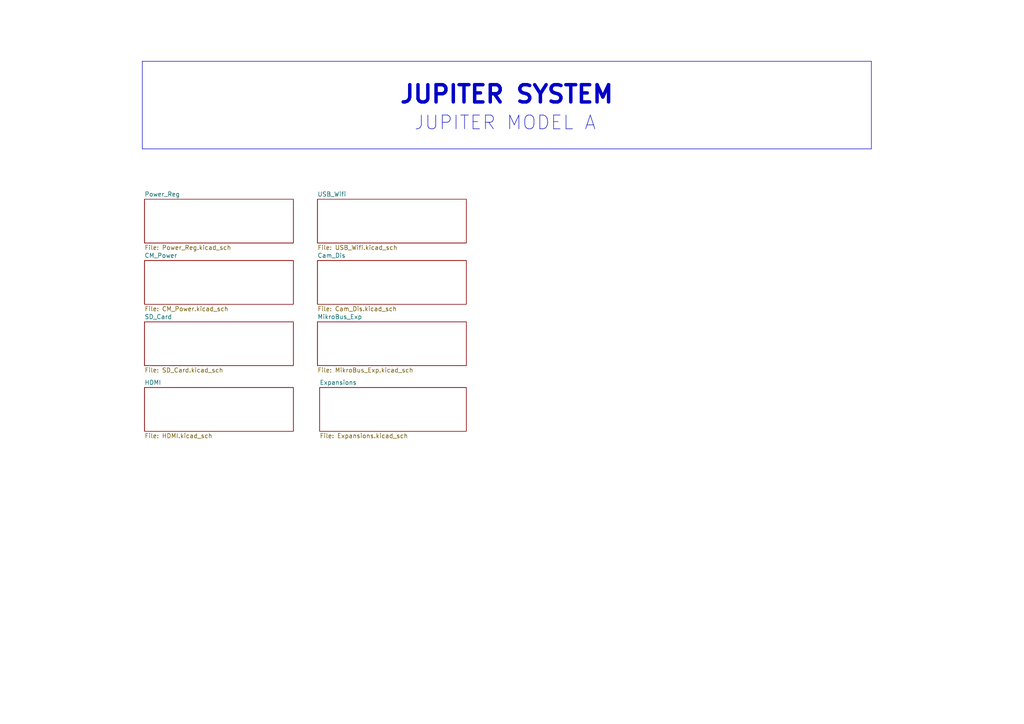
<source format=kicad_sch>
(kicad_sch (version 20230121) (generator eeschema)
  (paper "A4")
  (title_block (title "Jupiter Model A") (date "2020-05-23") (rev "0.1") (company "Francesco Ficili"))
  (lib_symbols)
  (polyline (pts (xy 41.275 17.78) (xy 41.275 43.18)))
  (polyline (pts (xy 252.73 43.18) (xy 252.73 17.78)))
  (polyline (pts (xy 252.73 17.78) (xy 41.275 17.78)))
  (polyline (pts (xy 41.275 43.18) (xy 252.73 43.18)))
  (text "JUPITER SYSTEM" (at 115.57 30.48 0) (effects (font (size 5.0038 5.0038) (thickness 1.0008) bold) (justify left bottom)))
  (text "JUPITER MODEL A" (at 120.015 38.1 0) (effects (font (size 3.9878 3.9878)) (justify left bottom)))
  (sheet (at 41.91 57.785) (size 43.18 12.7)
    (property "Sheetname" "Power_Reg" (at 41.91 57.0734 0) (effects (justify left bottom)))
    (property "Sheetfile" "Power_Reg.kicad_sch" (at 41.91 71.0696 0) (effects (justify left top)))
  )
  (sheet (at 41.91 75.565) (size 43.18 12.7)
    (property "Sheetname" "CM_Power" (at 41.91 74.8534 0) (effects (justify left bottom)))
    (property "Sheetfile" "CM_Power.kicad_sch" (at 41.91 88.8496 0) (effects (justify left top)))
  )
  (sheet (at 41.91 93.345) (size 43.18 12.7)
    (property "Sheetname" "SD_Card" (at 41.91 92.6334 0) (effects (justify left bottom)))
    (property "Sheetfile" "SD_Card.kicad_sch" (at 41.91 106.6296 0) (effects (justify left top)))
  )
  (sheet (at 41.91 112.395) (size 43.18 12.7)
    (property "Sheetname" "HDMI" (at 41.91 111.6834 0) (effects (justify left bottom)))
    (property "Sheetfile" "HDMI.kicad_sch" (at 41.91 125.6796 0) (effects (justify left top)))
  )
  (sheet (at 92.075 57.785) (size 43.18 12.7)
    (property "Sheetname" "USB_Wifi" (at 92.075 57.0734 0) (effects (justify left bottom)))
    (property "Sheetfile" "USB_Wifi.kicad_sch" (at 92.075 71.0696 0) (effects (justify left top)))
  )
  (sheet (at 92.075 75.565) (size 43.18 12.7)
    (property "Sheetname" "Cam_Dis" (at 92.075 74.8534 0) (effects (justify left bottom)))
    (property "Sheetfile" "Cam_Dis.kicad_sch" (at 92.075 88.8496 0) (effects (justify left top)))
  )
  (sheet (at 92.075 93.345) (size 43.18 12.7)
    (property "Sheetname" "MikroBus_Exp" (at 92.075 92.6334 0) (effects (justify left bottom)))
    (property "Sheetfile" "MikroBus_Exp.kicad_sch" (at 92.075 106.6296 0) (effects (justify left top)))
  )
  (sheet (at 92.71 112.395) (size 42.545 12.7)
    (property "Sheetname" "Expansions" (at 92.71 111.6834 0) (effects (justify left bottom)))
    (property "Sheetfile" "Expansions.kicad_sch" (at 92.71 125.6796 0) (effects (justify left top)))
  )
)
</source>
